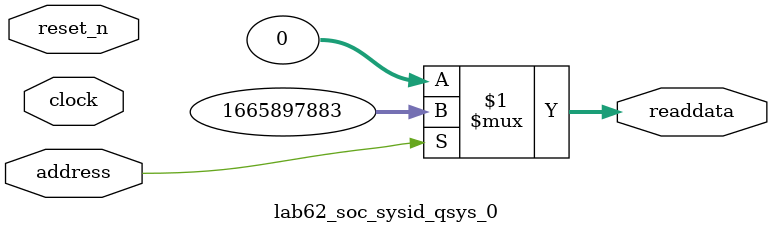
<source format=v>



// synthesis translate_off
`timescale 1ns / 1ps
// synthesis translate_on

// turn off superfluous verilog processor warnings 
// altera message_level Level1 
// altera message_off 10034 10035 10036 10037 10230 10240 10030 

module lab62_soc_sysid_qsys_0 (
               // inputs:
                address,
                clock,
                reset_n,

               // outputs:
                readdata
             )
;

  output  [ 31: 0] readdata;
  input            address;
  input            clock;
  input            reset_n;

  wire    [ 31: 0] readdata;
  //control_slave, which is an e_avalon_slave
  assign readdata = address ? 1665897883 : 0;

endmodule



</source>
